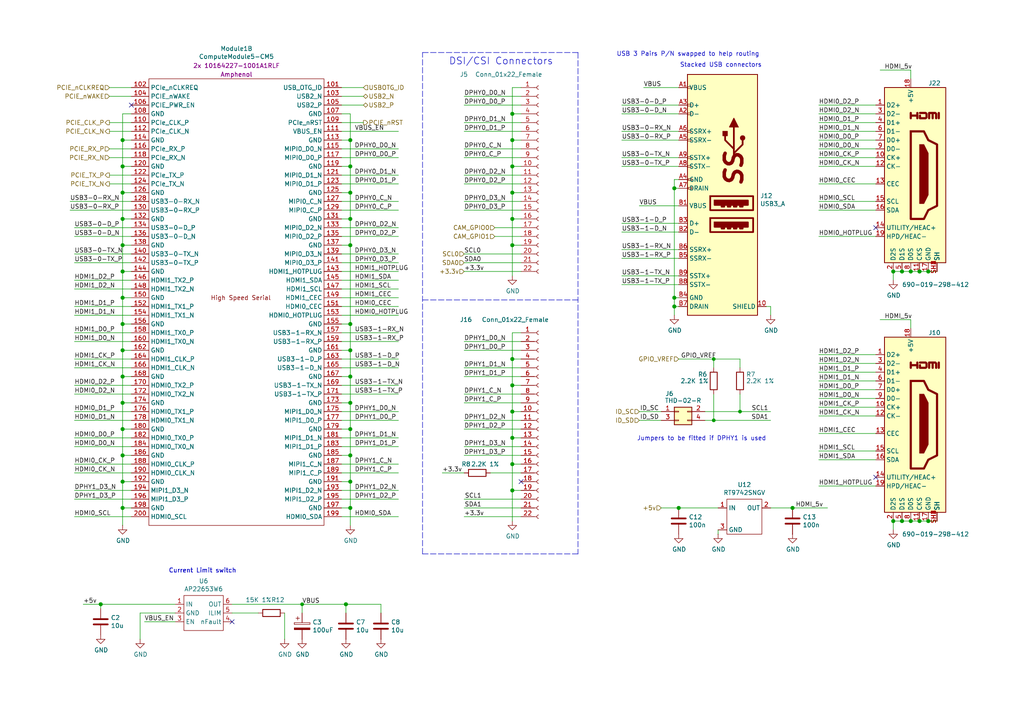
<source format=kicad_sch>
(kicad_sch (version 20231120) (generator "eeschema") (generator_version "8.0")
  (paper "A4")
  (title_block (title "Compute Module 5 IO Board - CM5 - Highspeed") (rev "1") (company "Copyright © 2024 Raspberry Pi Ltd.") (comment 1 "www.raspberrypi.com"))
  (junction (at 148.59 33.02) (diameter 1.016))
  (junction (at 207.01 104.14))
  (junction (at 35.56 147.32) (diameter 1.016))
  (junction (at 35.56 132.08) (diameter 1.016))
  (junction (at 148.59 119.38) (diameter 1.016))
  (junction (at 101.6 132.08) (diameter 1.016))
  (junction (at 35.56 71.12) (diameter 1.016))
  (junction (at 101.6 55.88) (diameter 1.016))
  (junction (at 100.33 175.26) (diameter 1.016))
  (junction (at 195.58 54.61) (diameter 1.016))
  (junction (at 266.7 78.74) (diameter 1.016))
  (junction (at 148.59 142.24) (diameter 1.016))
  (junction (at 148.59 134.62) (diameter 1.016))
  (junction (at 101.6 147.32) (diameter 1.016))
  (junction (at 35.56 40.64) (diameter 1.016))
  (junction (at 148.59 104.14) (diameter 1.016))
  (junction (at 101.6 40.64) (diameter 1.016))
  (junction (at 148.59 55.88) (diameter 1.016))
  (junction (at 35.56 55.88) (diameter 1.016))
  (junction (at 101.6 101.6) (diameter 1.016))
  (junction (at 196.85 147.32) (diameter 1.016))
  (junction (at 101.6 124.46) (diameter 1.016))
  (junction (at 269.24 78.74) (diameter 1.016))
  (junction (at 148.59 48.26) (diameter 1.016))
  (junction (at 214.63 119.38))
  (junction (at 35.56 78.74) (diameter 1.016))
  (junction (at 101.6 116.84) (diameter 1.016))
  (junction (at 148.59 127) (diameter 1.016))
  (junction (at 35.56 48.26) (diameter 1.016))
  (junction (at 266.7 151.13) (diameter 1.016))
  (junction (at 101.6 63.5) (diameter 1.016))
  (junction (at 259.08 78.74) (diameter 1.016))
  (junction (at 29.21 175.26) (diameter 1.016))
  (junction (at 207.01 121.92))
  (junction (at 261.62 151.13) (diameter 1.016))
  (junction (at 101.6 48.26) (diameter 1.016))
  (junction (at 35.56 139.7) (diameter 1.016))
  (junction (at 101.6 139.7) (diameter 1.016))
  (junction (at 148.59 63.5) (diameter 1.016))
  (junction (at 101.6 93.98) (diameter 1.016))
  (junction (at 35.56 101.6) (diameter 1.016))
  (junction (at 261.62 78.74) (diameter 1.016))
  (junction (at 259.08 151.13) (diameter 1.016))
  (junction (at 195.58 86.36) (diameter 1.016))
  (junction (at 35.56 116.84) (diameter 1.016))
  (junction (at 35.56 86.36) (diameter 1.016))
  (junction (at 264.16 151.13) (diameter 1.016))
  (junction (at 101.6 71.12) (diameter 1.016))
  (junction (at 101.6 109.22) (diameter 1.016))
  (junction (at 35.56 63.5) (diameter 1.016))
  (junction (at 229.87 147.32) (diameter 1.016))
  (junction (at 264.16 78.74) (diameter 1.016))
  (junction (at 148.59 111.76) (diameter 1.016))
  (junction (at 87.63 175.26))
  (junction (at 35.56 93.98) (diameter 1.016))
  (junction (at 269.24 151.13) (diameter 1.016))
  (junction (at 148.59 40.64) (diameter 1.016))
  (junction (at 195.58 88.9) (diameter 1.016))
  (junction (at 148.59 71.12) (diameter 1.016))
  (junction (at 35.56 124.46) (diameter 1.016))
  (junction (at 35.56 109.22) (diameter 1.016))
  (no_connect (at 67.31 180.34))
  (no_connect (at 254 66.04))
  (no_connect (at 151.13 139.7))
  (no_connect (at 254 138.43))
  (no_connect (at 38.1 30.48))
  (wire (pts (xy 134.62 109.22) (xy 151.13 109.22)))
  (wire (pts (xy 180.34 67.31) (xy 196.85 67.31)))
  (wire (pts (xy 99.06 144.78) (xy 115.57 144.78)))
  (wire (pts (xy 237.49 107.95) (xy 254 107.95)))
  (wire (pts (xy 21.59 111.76) (xy 38.1 111.76)))
  (wire (pts (xy 21.59 142.24) (xy 38.1 142.24)))
  (wire (pts (xy 261.62 78.74) (xy 264.16 78.74)))
  (wire (pts (xy 24.13 175.26) (xy 29.21 175.26)))
  (wire (pts (xy 148.59 40.64) (xy 148.59 48.26)))
  (wire (pts (xy 99.06 38.1) (xy 115.57 38.1)))
  (wire (pts (xy 35.56 63.5) (xy 35.56 71.12)))
  (wire (pts (xy 35.56 139.7) (xy 35.56 147.32)))
  (wire (pts (xy 196.85 52.07) (xy 195.58 52.07)))
  (wire (pts (xy 67.31 177.8) (xy 74.93 177.8)))
  (wire (pts (xy 35.56 33.02) (xy 35.56 40.64)))
  (wire (pts (xy 35.56 86.36) (xy 35.56 93.98)))
  (wire (pts (xy 237.49 68.58) (xy 254 68.58)))
  (wire (pts (xy 21.59 119.38) (xy 38.1 119.38)))
  (wire (pts (xy 35.56 71.12) (xy 35.56 78.74)))
  (wire (pts (xy 35.56 101.6) (xy 35.56 109.22)))
  (wire (pts (xy 101.6 48.26) (xy 101.6 40.64)))
  (wire (pts (xy 134.62 132.08) (xy 151.13 132.08)))
  (wire (pts (xy 99.06 30.48) (xy 105.41 30.48)))
  (wire (pts (xy 35.56 86.36) (xy 38.1 86.36)))
  (wire (pts (xy 148.59 104.14) (xy 148.59 111.76)))
  (wire (pts (xy 148.59 63.5) (xy 151.13 63.5)))
  (wire (pts (xy 148.59 33.02) (xy 148.59 40.64)))
  (wire (pts (xy 35.56 109.22) (xy 35.56 116.84)))
  (wire (pts (xy 35.56 48.26) (xy 35.56 55.88)))
  (wire (pts (xy 35.56 132.08) (xy 38.1 132.08)))
  (wire (pts (xy 101.6 71.12) (xy 101.6 63.5)))
  (wire (pts (xy 196.85 147.32) (xy 208.28 147.32)))
  (wire (pts (xy 237.49 53.34) (xy 254 53.34)))
  (wire (pts (xy 99.06 119.38) (xy 115.57 119.38)))
  (wire (pts (xy 266.7 78.74) (xy 269.24 78.74)))
  (polyline (pts (xy 167.64 15.24) (xy 167.64 160.655)) (stroke (width 0) (type dash)))
  (wire (pts (xy 31.75 38.1) (xy 38.1 38.1)))
  (wire (pts (xy 35.56 109.22) (xy 38.1 109.22)))
  (wire (pts (xy 38.1 147.32) (xy 35.56 147.32)))
  (wire (pts (xy 148.59 55.88) (xy 148.59 63.5)))
  (wire (pts (xy 207.01 104.14) (xy 214.63 104.14)))
  (wire (pts (xy 99.06 101.6) (xy 101.6 101.6)))
  (wire (pts (xy 223.52 147.32) (xy 229.87 147.32)))
  (wire (pts (xy 148.59 48.26) (xy 151.13 48.26)))
  (wire (pts (xy 35.56 55.88) (xy 35.56 63.5)))
  (wire (pts (xy 196.85 104.14) (xy 207.01 104.14)))
  (wire (pts (xy 21.59 114.3) (xy 38.1 114.3)))
  (wire (pts (xy 237.49 60.96) (xy 254 60.96)))
  (wire (pts (xy 207.01 114.3) (xy 207.01 121.92)))
  (wire (pts (xy 31.75 27.94) (xy 38.1 27.94)))
  (wire (pts (xy 180.34 48.26) (xy 196.85 48.26)))
  (wire (pts (xy 269.24 151.13) (xy 271.78 151.13)))
  (wire (pts (xy 99.06 40.64) (xy 101.6 40.64)))
  (wire (pts (xy 134.62 99.06) (xy 151.13 99.06)))
  (wire (pts (xy 151.13 73.66) (xy 134.62 73.66)))
  (wire (pts (xy 21.59 73.66) (xy 38.1 73.66)))
  (wire (pts (xy 21.59 127) (xy 38.1 127)))
  (wire (pts (xy 21.59 66.04) (xy 38.1 66.04)))
  (wire (pts (xy 207.01 104.14) (xy 207.01 106.68)))
  (wire (pts (xy 101.6 124.46) (xy 101.6 132.08)))
  (wire (pts (xy 148.59 96.52) (xy 148.59 104.14)))
  (wire (pts (xy 40.64 177.8) (xy 40.64 185.42)))
  (wire (pts (xy 237.49 130.81) (xy 254 130.81)))
  (wire (pts (xy 99.06 149.86) (xy 115.57 149.86)))
  (wire (pts (xy 214.63 104.14) (xy 214.63 106.68)))
  (wire (pts (xy 180.34 74.93) (xy 196.85 74.93)))
  (wire (pts (xy 237.49 133.35) (xy 254 133.35)))
  (wire (pts (xy 41.91 180.34) (xy 50.8 180.34)))
  (wire (pts (xy 196.85 54.61) (xy 195.58 54.61)))
  (wire (pts (xy 237.49 43.18) (xy 254 43.18)))
  (wire (pts (xy 101.6 116.84) (xy 101.6 124.46)))
  (wire (pts (xy 134.62 114.3) (xy 151.13 114.3)))
  (wire (pts (xy 99.06 86.36) (xy 115.57 86.36)))
  (wire (pts (xy 21.59 129.54) (xy 38.1 129.54)))
  (wire (pts (xy 204.47 121.92) (xy 207.01 121.92)))
  (wire (pts (xy 99.06 78.74) (xy 115.57 78.74)))
  (wire (pts (xy 259.08 151.13) (xy 259.08 153.67)))
  (wire (pts (xy 21.59 76.2) (xy 38.1 76.2)))
  (wire (pts (xy 237.49 110.49) (xy 254 110.49)))
  (wire (pts (xy 101.6 147.32) (xy 101.6 152.4)))
  (wire (pts (xy 99.06 50.8) (xy 115.57 50.8)))
  (wire (pts (xy 100.33 177.8) (xy 100.33 175.26)))
  (wire (pts (xy 38.1 43.18) (xy 31.75 43.18)))
  (wire (pts (xy 99.06 76.2) (xy 115.57 76.2)))
  (wire (pts (xy 229.87 147.32) (xy 240.03 147.32)))
  (wire (pts (xy 99.06 132.08) (xy 101.6 132.08)))
  (wire (pts (xy 259.08 78.74) (xy 259.08 81.28)))
  (wire (pts (xy 31.75 53.34) (xy 38.1 53.34)))
  (wire (pts (xy 148.59 119.38) (xy 148.59 127)))
  (wire (pts (xy 237.49 40.64) (xy 254 40.64)))
  (wire (pts (xy 99.06 88.9) (xy 115.57 88.9)))
  (wire (pts (xy 82.55 177.8) (xy 82.55 185.42)))
  (wire (pts (xy 208.28 153.67) (xy 208.28 154.94)))
  (wire (pts (xy 50.8 177.8) (xy 40.64 177.8)))
  (wire (pts (xy 180.34 33.02) (xy 196.85 33.02)))
  (wire (pts (xy 237.49 140.97) (xy 254 140.97)))
  (wire (pts (xy 142.24 137.16) (xy 151.13 137.16)))
  (wire (pts (xy 35.56 63.5) (xy 38.1 63.5)))
  (wire (pts (xy 180.34 40.64) (xy 196.85 40.64)))
  (wire (pts (xy 204.47 119.38) (xy 214.63 119.38)))
  (wire (pts (xy 143.51 68.58) (xy 151.13 68.58)))
  (wire (pts (xy 148.59 134.62) (xy 151.13 134.62)))
  (wire (pts (xy 99.06 48.26) (xy 101.6 48.26)))
  (wire (pts (xy 134.62 58.42) (xy 151.13 58.42)))
  (wire (pts (xy 180.34 72.39) (xy 196.85 72.39)))
  (wire (pts (xy 21.59 99.06) (xy 38.1 99.06)))
  (wire (pts (xy 134.62 35.56) (xy 151.13 35.56)))
  (wire (pts (xy 151.13 147.32) (xy 134.62 147.32)))
  (wire (pts (xy 134.62 106.68) (xy 151.13 106.68)))
  (wire (pts (xy 237.49 105.41) (xy 254 105.41)))
  (wire (pts (xy 38.1 45.72) (xy 31.75 45.72)))
  (wire (pts (xy 101.6 93.98) (xy 101.6 101.6)))
  (wire (pts (xy 134.62 53.34) (xy 151.13 53.34)))
  (wire (pts (xy 134.62 38.1) (xy 151.13 38.1)))
  (wire (pts (xy 35.56 116.84) (xy 35.56 124.46)))
  (wire (pts (xy 185.42 59.69) (xy 196.85 59.69)))
  (wire (pts (xy 21.59 83.82) (xy 38.1 83.82)))
  (wire (pts (xy 35.56 40.64) (xy 38.1 40.64)))
  (polyline (pts (xy 122.555 86.995) (xy 167.64 86.995)) (stroke (width 0) (type dash)))
  (wire (pts (xy 38.1 139.7) (xy 35.56 139.7)))
  (wire (pts (xy 180.34 38.1) (xy 196.85 38.1)))
  (wire (pts (xy 151.13 149.86) (xy 134.62 149.86)))
  (wire (pts (xy 99.06 73.66) (xy 115.57 73.66)))
  (wire (pts (xy 148.59 111.76) (xy 148.59 119.38)))
  (wire (pts (xy 67.31 175.26) (xy 87.63 175.26)))
  (wire (pts (xy 99.06 45.72) (xy 115.57 45.72)))
  (wire (pts (xy 87.63 175.26) (xy 100.33 175.26)))
  (wire (pts (xy 21.59 134.62) (xy 38.1 134.62)))
  (wire (pts (xy 29.21 175.26) (xy 50.8 175.26)))
  (wire (pts (xy 134.62 129.54) (xy 151.13 129.54)))
  (wire (pts (xy 237.49 38.1) (xy 254 38.1)))
  (wire (pts (xy 148.59 127) (xy 151.13 127)))
  (wire (pts (xy 148.59 25.4) (xy 148.59 33.02)))
  (wire (pts (xy 264.16 78.74) (xy 266.7 78.74)))
  (wire (pts (xy 35.56 124.46) (xy 38.1 124.46)))
  (wire (pts (xy 207.01 121.92) (xy 223.52 121.92)))
  (wire (pts (xy 191.77 147.32) (xy 196.85 147.32)))
  (wire (pts (xy 99.06 68.58) (xy 115.57 68.58)))
  (wire (pts (xy 99.06 55.88) (xy 101.6 55.88)))
  (wire (pts (xy 148.59 71.12) (xy 151.13 71.12)))
  (wire (pts (xy 148.59 142.24) (xy 148.59 151.13)))
  (wire (pts (xy 99.06 58.42) (xy 115.57 58.42)))
  (wire (pts (xy 148.59 119.38) (xy 151.13 119.38)))
  (wire (pts (xy 99.06 116.84) (xy 101.6 116.84)))
  (wire (pts (xy 255.27 92.71) (xy 264.16 92.71)))
  (wire (pts (xy 195.58 88.9) (xy 195.58 91.44)))
  (wire (pts (xy 99.06 93.98) (xy 101.6 93.98)))
  (wire (pts (xy 185.42 119.38) (xy 191.77 119.38)))
  (wire (pts (xy 148.59 71.12) (xy 148.59 80.01)))
  (wire (pts (xy 31.75 35.56) (xy 38.1 35.56)))
  (wire (pts (xy 101.6 139.7) (xy 101.6 147.32)))
  (wire (pts (xy 101.6 55.88) (xy 101.6 48.26)))
  (wire (pts (xy 31.75 25.4) (xy 38.1 25.4)))
  (wire (pts (xy 180.34 80.01) (xy 196.85 80.01)))
  (wire (pts (xy 148.59 134.62) (xy 148.59 142.24)))
  (wire (pts (xy 134.62 60.96) (xy 151.13 60.96)))
  (wire (pts (xy 99.06 134.62) (xy 115.57 134.62)))
  (wire (pts (xy 264.16 92.71) (xy 264.16 95.25)))
  (wire (pts (xy 237.49 113.03) (xy 254 113.03)))
  (wire (pts (xy 99.06 91.44) (xy 115.57 91.44)))
  (wire (pts (xy 259.08 151.13) (xy 261.62 151.13)))
  (wire (pts (xy 31.75 50.8) (xy 38.1 50.8)))
  (wire (pts (xy 134.62 121.92) (xy 151.13 121.92)))
  (wire (pts (xy 151.13 78.74) (xy 134.62 78.74)))
  (wire (pts (xy 99.06 66.04) (xy 115.57 66.04)))
  (wire (pts (xy 237.49 30.48) (xy 254 30.48)))
  (wire (pts (xy 21.59 88.9) (xy 38.1 88.9)))
  (wire (pts (xy 134.62 27.94) (xy 151.13 27.94)))
  (wire (pts (xy 151.13 96.52) (xy 148.59 96.52)))
  (wire (pts (xy 101.6 109.22) (xy 101.6 116.84)))
  (wire (pts (xy 222.25 88.9) (xy 223.52 88.9)))
  (wire (pts (xy 196.85 86.36) (xy 195.58 86.36)))
  (wire (pts (xy 99.06 43.18) (xy 115.57 43.18)))
  (wire (pts (xy 38.1 106.68) (xy 21.59 106.68)))
  (wire (pts (xy 35.56 93.98) (xy 38.1 93.98)))
  (wire (pts (xy 261.62 151.13) (xy 264.16 151.13)))
  (wire (pts (xy 35.56 116.84) (xy 38.1 116.84)))
  (wire (pts (xy 134.62 50.8) (xy 151.13 50.8)))
  (wire (pts (xy 99.06 63.5) (xy 101.6 63.5)))
  (wire (pts (xy 38.1 33.02) (xy 35.56 33.02)))
  (polyline (pts (xy 122.555 15.24) (xy 168.148 15.24)) (stroke (width 0) (type dash)))
  (wire (pts (xy 237.49 102.87) (xy 254 102.87)))
  (wire (pts (xy 21.59 144.78) (xy 38.1 144.78)))
  (wire (pts (xy 237.49 115.57) (xy 254 115.57)))
  (wire (pts (xy 99.06 142.24) (xy 115.57 142.24)))
  (wire (pts (xy 151.13 144.78) (xy 134.62 144.78)))
  (wire (pts (xy 148.59 40.64) (xy 151.13 40.64)))
  (wire (pts (xy 264.16 20.32) (xy 264.16 22.86)))
  (wire (pts (xy 100.33 175.26) (xy 110.49 175.26)))
  (wire (pts (xy 35.56 71.12) (xy 38.1 71.12)))
  (wire (pts (xy 35.56 124.46) (xy 35.56 132.08)))
  (wire (pts (xy 99.06 60.96) (xy 115.57 60.96)))
  (wire (pts (xy 99.06 127) (xy 115.57 127)))
  (wire (pts (xy 180.34 30.48) (xy 196.85 30.48)))
  (wire (pts (xy 87.63 175.26) (xy 87.63 177.8)))
  (wire (pts (xy 214.63 119.38) (xy 223.52 119.38)))
  (wire (pts (xy 35.56 101.6) (xy 38.1 101.6)))
  (wire (pts (xy 237.49 125.73) (xy 254 125.73)))
  (wire (pts (xy 195.58 86.36) (xy 195.58 88.9)))
  (wire (pts (xy 148.59 33.02) (xy 151.13 33.02)))
  (wire (pts (xy 20.32 60.96) (xy 38.1 60.96)))
  (wire (pts (xy 269.24 78.74) (xy 271.78 78.74)))
  (wire (pts (xy 264.16 151.13) (xy 266.7 151.13)))
  (wire (pts (xy 180.34 45.72) (xy 196.85 45.72)))
  (wire (pts (xy 99.06 124.46) (xy 101.6 124.46)))
  (wire (pts (xy 237.49 120.65) (xy 254 120.65)))
  (wire (pts (xy 148.59 104.14) (xy 151.13 104.14)))
  (wire (pts (xy 35.56 55.88) (xy 38.1 55.88)))
  (wire (pts (xy 99.06 96.52) (xy 115.57 96.52)))
  (wire (pts (xy 115.57 99.06) (xy 99.06 99.06)))
  (wire (pts (xy 21.59 96.52) (xy 38.1 96.52)))
  (wire (pts (xy 21.59 149.86) (xy 38.1 149.86)))
  (wire (pts (xy 134.62 30.48) (xy 151.13 30.48)))
  (wire (pts (xy 99.06 109.22) (xy 101.6 109.22)))
  (wire (pts (xy 266.7 151.13) (xy 269.24 151.13)))
  (wire (pts (xy 151.13 25.4) (xy 148.59 25.4)))
  (wire (pts (xy 214.63 114.3) (xy 214.63 119.38)))
  (wire (pts (xy 237.49 45.72) (xy 254 45.72)))
  (wire (pts (xy 99.06 81.28) (xy 115.57 81.28)))
  (wire (pts (xy 143.51 66.04) (xy 151.13 66.04)))
  (wire (pts (xy 99.06 53.34) (xy 115.57 53.34)))
  (wire (pts (xy 259.08 78.74) (xy 261.62 78.74)))
  (wire (pts (xy 21.59 91.44) (xy 38.1 91.44)))
  (wire (pts (xy 255.27 20.32) (xy 264.16 20.32)))
  (wire (pts (xy 35.56 132.08) (xy 35.56 139.7)))
  (wire (pts (xy 134.62 101.6) (xy 151.13 101.6)))
  (wire (pts (xy 99.06 129.54) (xy 115.57 129.54)))
  (wire (pts (xy 99.06 27.94) (xy 105.41 27.94)))
  (wire (pts (xy 20.32 58.42) (xy 38.1 58.42)))
  (wire (pts (xy 101.6 40.64) (xy 101.6 33.02)))
  (wire (pts (xy 196.85 88.9) (xy 195.58 88.9)))
  (wire (pts (xy 185.42 121.92) (xy 191.77 121.92)))
  (wire (pts (xy 195.58 52.07) (xy 195.58 54.61)))
  (wire (pts (xy 128.27 137.16) (xy 134.62 137.16)))
  (wire (pts (xy 148.59 48.26) (xy 148.59 55.88)))
  (wire (pts (xy 101.6 63.5) (xy 101.6 55.88)))
  (wire (pts (xy 99.06 104.14) (xy 115.57 104.14)))
  (wire (pts (xy 21.59 104.14) (xy 38.1 104.14)))
  (wire (pts (xy 151.13 76.2) (xy 134.62 76.2)))
  (wire (pts (xy 237.49 58.42) (xy 254 58.42)))
  (wire (pts (xy 99.06 106.68) (xy 115.57 106.68)))
  (wire (pts (xy 35.56 78.74) (xy 38.1 78.74)))
  (wire (pts (xy 101.6 132.08) (xy 101.6 139.7)))
  (wire (pts (xy 35.56 48.26) (xy 38.1 48.26)))
  (wire (pts (xy 99.06 35.56) (xy 105.41 35.56)))
  (wire (pts (xy 99.06 121.92) (xy 115.57 121.92)))
  (wire (pts (xy 101.6 71.12) (xy 101.6 93.98)))
  (wire (pts (xy 134.62 43.18) (xy 151.13 43.18)))
  (wire (pts (xy 35.56 93.98) (xy 35.56 101.6)))
  (wire (pts (xy 148.59 142.24) (xy 151.13 142.24)))
  (wire (pts (xy 99.06 71.12) (xy 101.6 71.12)))
  (polyline (pts (xy 122.555 160.655) (xy 122.555 15.24)) (stroke (width 0) (type dash)))
  (wire (pts (xy 21.59 68.58) (xy 38.1 68.58)))
  (wire (pts (xy 99.06 114.3) (xy 115.57 114.3)))
  (wire (pts (xy 29.21 176.53) (xy 29.21 175.26)))
  (wire (pts (xy 186.69 25.4) (xy 196.85 25.4)))
  (wire (pts (xy 101.6 33.02) (xy 99.06 33.02)))
  (wire (pts (xy 21.59 81.28) (xy 38.1 81.28)))
  (wire (pts (xy 148.59 63.5) (xy 148.59 71.12)))
  (wire (pts (xy 101.6 101.6) (xy 101.6 109.22)))
  (wire (pts (xy 21.59 121.92) (xy 38.1 121.92)))
  (wire (pts (xy 99.06 83.82) (xy 115.57 83.82)))
  (wire (pts (xy 35.56 78.74) (xy 35.56 86.36)))
  (wire (pts (xy 35.56 147.32) (xy 35.56 152.4)))
  (wire (pts (xy 148.59 127) (xy 148.59 134.62)))
  (wire (pts (xy 99.06 147.32) (xy 101.6 147.32)))
  (wire (pts (xy 134.62 116.84) (xy 151.13 116.84)))
  (wire (pts (xy 110.49 175.26) (xy 110.49 177.8)))
  (wire (pts (xy 35.56 40.64) (xy 35.56 48.26)))
  (wire (pts (xy 148.59 55.88) (xy 151.13 55.88)))
  (wire (pts (xy 99.06 139.7) (xy 101.6 139.7)))
  (wire (pts (xy 237.49 33.02) (xy 254 33.02)))
  (wire (pts (xy 148.59 111.76) (xy 151.13 111.76)))
  (wire (pts (xy 180.34 64.77) (xy 196.85 64.77)))
  (wire (pts (xy 223.52 88.9) (xy 223.52 91.44)))
  (wire (pts (xy 21.59 137.16) (xy 38.1 137.16)))
  (wire (pts (xy 237.49 35.56) (xy 254 35.56)))
  (polyline (pts (xy 167.64 160.655) (xy 122.555 160.655)) (stroke (width 0) (type dash)))
  (wire (pts (xy 237.49 48.26) (xy 254 48.26)))
  (wire (pts (xy 180.34 82.55) (xy 196.85 82.55)))
  (wire (pts (xy 195.58 54.61) (xy 195.58 86.36)))
  (wire (pts (xy 134.62 124.46) (xy 151.13 124.46)))
  (wire (pts (xy 99.06 137.16) (xy 115.57 137.16)))
  (wire (pts (xy 134.62 45.72) (xy 151.13 45.72)))
  (wire (pts (xy 99.06 111.76) (xy 115.57 111.76)))
  (wire (pts (xy 105.41 25.4) (xy 99.06 25.4)))
  (wire (pts (xy 237.49 118.11) (xy 254 118.11)))
  (text "USB 3 Pairs P/N swapped to help routing" (at 178.816 16.51 0) (effects (font (size 1.27 1.27)) (justify left bottom)))
  (text "Jumpers to be fitted if DPHY1 is used\n" (at 222.25 128.016 0) (effects (font (size 1.27 1.27)) (justify right bottom)))
  (text "Current Limit switch" (at 68.58 166.37 0) (effects (font (size 1.27 1.27)) (justify right bottom)))
  (text "DSI/CSI Connectors" (at 130.175 19.05 0) (effects (font (size 2.0066 2.0066)) (justify left bottom)))
  (text "Stacked USB connectors" (at 220.98 19.685 0) (effects (font (size 1.27 1.27)) (justify right bottom)))
  (text "Current Limit switch" (at 68.58 166.37 0) (effects (font (size 1.27 1.27)) (justify right bottom)))
  (label "HDMI0_D1_N" (at 21.59 121.92 0))
  (label "DPHY1_D3_P" (at 21.59 144.78 0))
  (label "DPHY0_D1_P" (at 114.935 53.34 180))
  (label "USB3-0-TX_N" (at 180.34 45.72 0))
  (label "DPHY0_D2_N" (at 134.62 50.8 0))
  (label "HDMI1_CEC" (at 102.87 86.36 0))
  (label "HDMI0_CK_N" (at 237.49 48.26 0))
  (label "USB3-1-D_N" (at 102.87 106.68 0))
  (label "USB3-1-D_N" (at 180.34 67.31 0))
  (label "VBUS_EN" (at 102.87 38.1 0))
  (label "HDMI0_D2_N" (at 237.49 33.02 0))
  (label "HDMI0_D1_N" (at 237.49 38.1 0))
  (label "SDA0" (at 134.62 76.2 0))
  (label "DPHY0_D0_P" (at 114.935 45.72 180))
  (label "DPHY1_D1_P" (at 134.62 109.22 0))
  (label "HDMI0_D0_P" (at 237.49 40.64 0))
  (label "DPHY1_C_N" (at 102.87 134.62 0))
  (label "DPHY1_C_N" (at 134.62 114.3 0))
  (label "USB3-0-RX_P" (at 180.34 40.64 0))
  (label "DPHY0_D0_N" (at 134.62 27.94 0))
  (label "DPHY1_D3_N" (at 134.62 129.54 0))
  (label "HDMI1_D1_P" (at 21.59 88.9 0))
  (label "USB3-0-D_N" (at 21.59 68.58 0))
  (label "SCL0" (at 134.62 73.66 0))
  (label "ID_SC" (at 191.135 119.38 180))
  (label "HDMI0_D2_P" (at 21.59 111.76 0))
  (label "USB3-0-RX_N" (at 180.34 38.1 0))
  (label "DPHY1_D2_N" (at 102.87 142.24 0))
  (label "HDMI1_SDA" (at 237.49 133.35 0))
  (label "+3.3v" (at 134.62 78.74 0))
  (label "USB3-0-D_P" (at 180.34 30.48 0))
  (label "ID_SD" (at 191.135 121.92 180))
  (label "HDMI1_D1_P" (at 237.49 107.95 0))
  (label "SCL1" (at 139.7 144.78 180))
  (label "USB3-0-TX_N" (at 21.59 73.66 0))
  (label "VBUS_EN" (at 41.91 180.34 0))
  (label "USB3-1-TX_P" (at 102.87 114.3 0))
  (label "+5v" (at 24.13 175.26 0))
  (label "HDMI1_D0_P" (at 237.49 113.03 0))
  (label "HDMI0_CK_P" (at 21.59 134.62 0))
  (label "USB3-1-RX_P" (at 102.87 99.06 0))
  (label "HDMI1_D0_P" (at 21.59 96.52 0))
  (label "USB3-0-TX_P" (at 21.59 76.2 0))
  (label "DPHY0_D3_P" (at 114.935 76.2 180))
  (label "DPHY1_D2_P" (at 134.62 124.46 0))
  (label "DPHY1_D0_P" (at 134.62 101.6 0))
  (label "USB3-0-RX_N" (at 20.32 58.42 0))
  (label "DPHY0_D0_P" (at 134.62 30.48 0))
  (label "USB3-1-TX_N" (at 102.87 111.76 0))
  (label "HDMI1_D2_N" (at 21.59 83.82 0))
  (label "DPHY0_C_P" (at 102.87 60.96 0))
  (label "DPHY1_C_P" (at 102.87 137.16 0))
  (label "HDMI0_CK_N" (at 21.59 137.16 0))
  (label "HDMI1_CK_P" (at 237.49 118.11 0))
  (label "HDMI0_CEC" (at 102.87 88.9 0))
  (label "HDMI0_D2_N" (at 21.59 114.3 0))
  (label "HDMI0_D0_N" (at 237.49 43.18 0))
  (label "DPHY1_D3_P" (at 134.62 132.08 0))
  (label "HDMI1_D0_N" (at 21.59 99.06 0))
  (label "HDMI0_HOTPLUG" (at 237.49 68.58 0))
  (label "USB3-1-RX_P" (at 180.34 74.93 0))
  (label "DPHY1_D1_N" (at 114.935 127 180))
  (label "DPHY1_D0_N" (at 134.62 99.06 0))
  (label "DPHY0_D2_N" (at 102.87 66.04 0))
  (label "HDMI0_D1_P" (at 21.59 119.38 0))
  (label "DPHY0_D3_N" (at 114.935 73.66 180))
  (label "HDMI0_D0_P" (at 21.59 127 0))
  (label "DPHY0_C_N" (at 134.62 43.18 0))
  (label "DPHY1_D2_N" (at 134.62 121.92 0))
  (label "USB3-1-TX_N" (at 180.34 80.01 0))
  (label "DPHY0_D2_P" (at 102.87 68.58 0))
  (label "HDMI1_D1_N" (at 237.49 110.49 0))
  (label "HDMI1_D1_N" (at 21.59 91.44 0))
  (label "HDMI1_HOTPLUG" (at 237.49 140.97 0))
  (label "VBUS" (at 185.42 59.69 0))
  (label "DPHY0_D2_P" (at 134.62 53.34 0))
  (label "HDMI0_D2_P" (at 237.49 30.48 0))
  (label "DPHY0_D1_N" (at 114.935 50.8 180))
  (label "DPHY0_D3_P" (at 134.62 60.96 0))
  (label "HDMI1_CK_P" (at 21.59 104.14 0))
  (label "DPHY0_D1_N" (at 134.62 35.56 0))
  (label "HDMI_5v" (at 238.76 147.32 180))
  (label "DPHY0_D3_N" (at 134.62 58.42 0))
  (label "USB3-1-RX_N" (at 180.34 72.39 0))
  (label "USB3-1-RX_N" (at 102.87 96.52 0))
  (label "HDMI1_HOTPLUG" (at 102.87 78.74 0))
  (label "VBUS" (at 87.63 175.26 0))
  (label "HDMI1_SCL" (at 102.87 83.82 0))
  (label "HDMI1_D2_N" (at 237.49 105.41 0))
  (label "USB3-0-D_P" (at 21.59 66.04 0))
  (label "HDMI1_D2_P" (at 237.49 102.87 0))
  (label "HDMI1_D0_N" (at 237.49 115.57 0))
  (label "VBUS" (at 186.69 25.4 0))
  (label "HDMI0_SCL" (at 21.59 149.86 0))
  (label "DPHY1_D0_N" (at 114.935 119.38 180))
  (label "HDMI1_CK_N" (at 237.49 120.65 0))
  (label "DPHY1_D0_P" (at 114.935 121.92 180))
  (label "DPHY0_D1_P" (at 134.62 38.1 0))
  (label "HDMI_5v" (at 256.54 92.71 0))
  (label "HDMI1_CEC" (at 237.49 125.73 0))
  (label "HDMI0_CK_P" (at 237.49 45.72 0))
  (label "DPHY1_D1_N" (at 134.62 106.68 0))
  (label "SDA1" (at 139.7 147.32 180))
  (label "DPHY1_D2_P" (at 102.87 144.78 0))
  (label "USB3-0-RX_P" (at 20.32 60.96 0))
  (label "DPHY1_D1_P" (at 114.935 129.54 180))
  (label "HDMI1_D2_P" (at 21.59 81.28 0))
  (label "HDMI0_HOTPLUG" (at 102.87 91.44 0))
  (label "HDMI0_CEC" (at 237.49 53.34 0))
  (label "DPHY0_D0_N" (at 114.935 43.18 180))
  (label "HDMI0_SDA" (at 237.49 60.96 0))
  (label "DPHY0_C_P" (at 134.62 45.72 0))
  (label "HDMI0_D1_P" (at 237.49 35.56 0))
  (label "USB3-1-D_P" (at 180.34 64.77 0))
  (label "+3.3v" (at 134.62 149.86 0))
  (label "USB3-0-D_N" (at 180.34 33.02 0))
  (label "SCL1" (at 222.885 119.38 180))
  (label "SDA1" (at 222.885 121.92 180))
  (label "HDMI0_SCL" (at 237.49 58.42 0))
  (label "HDMI0_D0_N" (at 21.59 129.54 0))
  (label "GPIO_VREF" (at 197.485 104.14 0))
  (label "HDMI0_SDA" (at 102.87 149.86 0))
  (label "DPHY1_C_P" (at 134.62 116.84 0))
  (label "HDMI_5v" (at 256.54 20.32 0))
  (label "+3.3v" (at 128.27 137.16 0))
  (label "HDMI1_SCL" (at 237.49 130.81 0))
  (label "HDMI1_CK_N" (at 21.59 106.68 0))
  (label "DPHY0_C_N" (at 102.87 58.42 0))
  (label "DPHY1_D3_N" (at 21.59 142.24 0))
  (label "USB3-0-TX_P" (at 180.34 48.26 0))
  (label "USB3-1-D_P" (at 102.87 104.14 0))
  (label "USB3-1-TX_P" (at 180.34 82.55 0))
  (label "HDMI1_SDA" (at 102.87 81.28 0))
  (hierarchical_label "USBOTG_ID" (shape input) (at 105.41 25.4 0))
  (hierarchical_label "PCIE_CLK_P" (shape output) (at 31.75 35.56 180))
  (hierarchical_label "CAM_GPIO0" (shape input) (at 143.51 66.04 180))
  (hierarchical_label "PCIE_RX_N" (shape input) (at 31.75 45.72 180))
  (hierarchical_label "+5v" (shape input) (at 191.77 147.32 180))
  (hierarchical_label "SCL0" (shape input) (at 134.62 73.66 180))
  (hierarchical_label "PCIE_nCLKREQ" (shape input) (at 31.75 25.4 180))
  (hierarchical_label "ID_SC" (shape input) (at 185.42 119.38 180))
  (hierarchical_label "PCIE_RX_P" (shape input) (at 31.75 43.18 180))
  (hierarchical_label "GPIO_VREF" (shape input) (at 196.85 104.14 180))
  (hierarchical_label "+3.3v" (shape input) (at 134.62 78.74 180))
  (hierarchical_label "USB2_P" (shape bidirectional) (at 105.41 30.48 0))
  (hierarchical_label "USB2_N" (shape bidirectional) (at 105.41 27.94 0))
  (hierarchical_label "PCIE_TX_P" (shape output) (at 31.75 50.8 180))
  (hierarchical_label "ID_SD" (shape input) (at 185.42 121.92 180))
  (hierarchical_label "PCIE_nWAKE" (shape input) (at 31.75 27.94 180))
  (hierarchical_label "PCIE_CLK_N" (shape output) (at 31.75 38.1 180))
  (hierarchical_label "PCIE_nRST" (shape output) (at 105.41 35.56 0))
  (hierarchical_label "CAM_GPIO1" (shape input) (at 143.51 68.58 180))
  (hierarchical_label "PCIE_TX_N" (shape output) (at 31.75 53.34 180))
  (hierarchical_label "SDA0" (shape input) (at 134.62 76.2 180))
  (symbol (lib_id "power:GND") (at 259.08 81.28 0) (unit 1)
    (property "Reference" "#PWR0128" (effects (hide yes)))
    (property "Value" "GND" (at 259.207 85.6742 0))
    (property "Description" "Power symbol creates a global label with name \"GND\" , ground" (effects (hide yes)))
  )
  (symbol (lib_id "power:GND") (at 259.08 153.67 0) (unit 1)
    (property "Reference" "#PWR0129" (effects (hide yes)))
    (property "Value" "GND" (at 259.207 158.0642 0))
    (property "Description" "Power symbol creates a global label with name \"GND\" , ground" (effects (hide yes)))
  )
  (symbol (lib_id "power:GND") (at 101.6 152.4 0) (unit 1)
    (property "Reference" "#PWR0130" (effects (hide yes)))
    (property "Value" "GND" (at 101.727 156.7942 0))
    (property "Description" "Power symbol creates a global label with name \"GND\" , ground" (effects (hide yes)))
  )
  (symbol (lib_id "power:GND") (at 35.56 152.4 0) (unit 1)
    (property "Reference" "#PWR0131" (effects (hide yes)))
    (property "Value" "GND" (at 35.687 156.7942 0))
    (property "Description" "Power symbol creates a global label with name \"GND\" , ground" (effects (hide yes)))
  )
  (symbol (lib_id "power:GND") (at 148.59 80.01 0) (unit 1)
    (property "Reference" "#PWR0134" (effects (hide yes)))
    (property "Value" "GND" (at 148.717 84.4042 0))
    (property "Description" "Power symbol creates a global label with name \"GND\" , ground" (effects (hide yes)))
  )
  (symbol (lib_id "power:GND") (at 148.59 151.13 0) (unit 1)
    (property "Reference" "#PWR0135" (effects (hide yes)))
    (property "Value" "GND" (at 148.717 155.5242 0))
    (property "Description" "Power symbol creates a global label with name \"GND\" , ground" (effects (hide yes)))
  )
  (symbol (lib_id "Device:R") (at 207.01 110.49 0) (unit 1)
    (property "Reference" "R6" (at 202.438 108.585 0) (effects (justify left)))
    (property "Value" "2.2K 1%" (at 197.358 110.49 0) (effects (justify left)))
    (property "Footprint" "Resistor_SMD:R_0402_1005Metric" (effects (hide yes)))
    (property "Datasheet" "https://fscdn.rohm.com/en/products/databook/datasheet/passive/resistor/chip_resistor/mcr-e.pdf" (effects (hide yes)))
    (property "Field4" "Farnell" (effects (hide yes)))
    (property "Part Description" "Resistor 2.2K M1005 1% 63mW" (effects (hide yes)))
    (property "LCSC" "C328314" (effects (hide yes)))
  )
  (symbol (lib_id "Device:R") (at 214.63 110.49 0) (unit 1)
    (property "Reference" "R7" (at 216.408 108.585 0) (effects (justify left)))
    (property "Value" "2.2K 1%" (at 216.408 110.49 0) (effects (justify left)))
    (property "Footprint" "Resistor_SMD:R_0402_1005Metric" (effects (hide yes)))
    (property "Datasheet" "https://fscdn.rohm.com/en/products/databook/datasheet/passive/resistor/chip_resistor/mcr-e.pdf" (effects (hide yes)))
    (property "Field4" "Farnell" (effects (hide yes)))
    (property "Part Description" "Resistor 2.2K M1005 1% 63mW" (effects (hide yes)))
    (property "LCSC" "C328314" (effects (hide yes)))
  )
  (symbol (lib_id "Connector:Conn_01x22_Socket") (at 156.21 50.8 0) (unit 1)
    (property "Reference" "J5" (at 133.35 21.59 0) (effects (justify left)))
    (property "Value" "Conn_01x22_Female" (at 137.795 21.59 0) (effects (justify left)))
    (property "Footprint" "CM5IO:Hirose_FH12-22S-0.5SH_1x22-1MP_P0.50mm_Horizontal" (effects (hide yes)))
    (property "Datasheet" "https://www.hirose.com/product/document?clcode=&productname=&series=FH12&documenttype=Catalog&lang=en&documentid=D31648_en" (effects (hide yes)))
    (property "Field4" "Mouser" (effects (hide yes)))
    (property "Field5" "798-FH12-22S-0.5SH55" (effects (hide yes)))
    (property "Field6" "FH12-22S-0.5SH55" (effects (hide yes)))
    (property "Field7" "Hirose" (effects (hide yes)))
    (property "Part Description" "22 Position FFC, FPC Connector Contacts, Bottom 0.020\" (0.50mm) Surface Mount, Right Angle" (effects (hide yes)))
    (property "LCSC" "C597981" (effects (hide yes)))
  )
  (symbol (lib_id "Connector:Conn_01x22_Socket") (at 156.21 121.92 0) (unit 1)
    (property "Reference" "J16" (at 133.35 92.71 0) (effects (justify left)))
    (property "Value" "Conn_01x22_Female" (at 139.7 92.71 0) (effects (justify left)))
    (property "Footprint" "CM5IO:Hirose_FH12-22S-0.5SH_1x22-1MP_P0.50mm_Horizontal" (effects (hide yes)))
    (property "Datasheet" "https://www.hirose.com/product/document?clcode=&productname=&series=FH12&documenttype=Catalog&lang=en&documentid=D31648_en" (effects (hide yes)))
    (property "Field4" "Mouser" (effects (hide yes)))
    (property "Field5" "798-FH12-22S-0.5SH55" (effects (hide yes)))
    (property "Field6" "FH12-22S-0.5SH55" (effects (hide yes)))
    (property "Field7" "Hirose" (effects (hide yes)))
    (property "Part Description" "22 Position FFC, FPC Connector Contacts, Bottom 0.020\" (0.50mm) Surface Mount, Right Angle" (effects (hide yes)))
    (property "LCSC" "C597981" (effects (hide yes)))
  )
  (symbol (lib_id "CM5IO:HDMI_A_1.4") (at 264.16 50.8 0) (unit 1)
    (property "Reference" "J22" (at 269.24 24.13 0) (effects (justify left)))
    (property "Value" "690-019-298-412" (at 261.62 82.55 0) (effects (justify left)))
    (property "Footprint" "CM5IO:EDAC 690-019-298-412" (effects (hide yes)))
    (property "Datasheet" "https://www.tme.eu/Document/f15dffbcfad8545e17826f72d36911c8/206A-SEAN-R03.pdf" (effects (hide yes)))
    (property "Field4" "Farnell" (effects (hide yes)))
    (property "Field5" "2614936" (effects (hide yes)))
    (property "Field6" "690-019-298-412" (effects (hide yes)))
    (property "Field7" "EDAC" (effects (hide yes)))
    (property "Part Description" "HDMI Connector, Right Angle, 19 Contacts, Receptacle, Surface Mount, Surface Mount Right Angle" (effects (hide yes)))
    (property "Field8" "UCON00802" (effects (hide yes)))
    (property "LCSC" "C720616" (effects (hide yes)))
  )
  (symbol (lib_id "CM5IO:HDMI_A_1.4") (at 264.16 123.19 0) (unit 1)
    (property "Reference" "J10" (at 269.24 96.52 0) (effects (justify left)))
    (property "Value" "690-019-298-412" (at 261.62 154.94 0) (effects (justify left)))
    (property "Footprint" "CM5IO:EDAC 690-019-298-412" (effects (hide yes)))
    (property "Datasheet" "https://www.tme.eu/Document/f15dffbcfad8545e17826f72d36911c8/206A-SEAN-R03.pdf" (effects (hide yes)))
    (property "Field4" "Farnell" (effects (hide yes)))
    (property "Field5" "2614936" (effects (hide yes)))
    (property "Field6" "690-019-298-412" (effects (hide yes)))
    (property "Field7" "EDAC" (effects (hide yes)))
    (property "Part Description" "HDMI Connector, Right Angle, 19 Contacts, Receptacle, Surface Mount, Surface Mount Right Angle" (effects (hide yes)))
    (property "Field8" "UCON00802" (effects (hide yes)))
    (property "LCSC" "C720616" (effects (hide yes)))
  )
  (symbol (lib_id "Device:C") (at 229.87 151.13 0) (unit 1)
    (property "Reference" "C13" (at 232.791 149.9616 0) (effects (justify left)))
    (property "Value" "100n" (at 232.791 152.273 0) (effects (justify left)))
    (property "Footprint" "Capacitor_SMD:C_0402_1005Metric" (effects (hide yes)))
    (property "Datasheet" "https://search.murata.co.jp/Ceramy/image/img/A01X/G101/ENG/GRM155R71C104KA88-01.pdf" (effects (hide yes)))
    (property "Field4" "Farnell" (effects (hide yes)))
    (property "Field5" "2611911" (effects (hide yes)))
    (property "Field6" "RM EMK105 B7104KV-F" (effects (hide yes)))
    (property "Field7" "TAIYO YUDEN EUROPE GMBH" (effects (hide yes)))
    (property "Part Description" "	0.1uF 10% 16V Ceramic Capacitor X7R 0402 (1005 Metric)" (effects (hide yes)))
    (property "Field8" "110091611" (effects (hide yes)))
    (property "LCSC" "C92753" (effects (hide yes)))
  )
  (symbol (lib_id "Device:C") (at 196.85 151.13 0) (unit 1)
    (property "Reference" "C12" (at 199.771 149.9616 0) (effects (justify left)))
    (property "Value" "100n" (at 199.771 152.273 0) (effects (justify left)))
    (property "Footprint" "Capacitor_SMD:C_0402_1005Metric" (effects (hide yes)))
    (property "Datasheet" "https://search.murata.co.jp/Ceramy/image/img/A01X/G101/ENG/GRM155R71C104KA88-01.pdf" (effects (hide yes)))
    (property "Field4" "Farnell" (effects (hide yes)))
    (property "Field5" "2611911" (effects (hide yes)))
    (property "Field6" "RM EMK105 B7104KV-F" (effects (hide yes)))
    (property "Field7" "TAIYO YUDEN EUROPE GMBH" (effects (hide yes)))
    (property "Part Description" "	0.1uF 10% 16V Ceramic Capacitor X7R 0402 (1005 Metric)" (effects (hide yes)))
    (property "Field8" "110091611" (effects (hide yes)))
    (property "LCSC" "C92753" (effects (hide yes)))
  )
  (symbol (lib_id "CM5IO:RT9742SNGV") (at 213.36 151.13 0) (unit 1)
    (property "Reference" "U12" (at 215.9 140.589 0))
    (property "Value" "RT9742SNGV" (at 215.9 142.9004 0))
    (property "Footprint" "Package_TO_SOT_SMD:TSOT-23_HandSoldering" (effects (hide yes)))
    (property "Datasheet" "https://www.richtek.com/assets/product_file/RT9742/DS9742-10.pdf" (effects (hide yes)))
    (property "Field4" "Farnell" (effects (hide yes)))
    (property "Field5" "2575555" (effects (hide yes)))
    (property "Field6" "RT9742SNGV" (effects (hide yes)))
    (property "Field7" "RichTek" (effects (hide yes)))
    (property "Part Description" "Power Switch/Driver 1:1 N-Channel 500mA SOT-23-3" (effects (hide yes)))
    (property "Field8" "USWI00155" (effects (hide yes)))
    (property "LCSC" "C3235509" (effects (hide yes)))
  )
  (symbol (lib_id "power:GND") (at 229.87 154.94 0) (unit 1)
    (property "Reference" "#PWR0136" (effects (hide yes)))
    (property "Value" "GND" (at 229.997 159.3342 0))
    (property "Description" "Power symbol creates a global label with name \"GND\" , ground" (effects (hide yes)))
  )
  (symbol (lib_id "power:GND") (at 196.85 154.94 0) (unit 1)
    (property "Reference" "#PWR0137" (effects (hide yes)))
    (property "Value" "GND" (at 196.977 159.3342 0))
    (property "Description" "Power symbol creates a global label with name \"GND\" , ground" (effects (hide yes)))
  )
  (symbol (lib_id "power:GND") (at 208.28 154.94 0) (unit 1)
    (property "Reference" "#PWR0138" (effects (hide yes)))
    (property "Value" "GND" (at 208.407 159.3342 0))
    (property "Description" "Power symbol creates a global label with name \"GND\" , ground" (effects (hide yes)))
  )
  (symbol (lib_id "CM5IO:ComputeModule5-CM5") (at -71.12 86.36 0) (unit 2)
    (property "Reference" "Module1" (at 68.58 14.097 0))
    (property "Value" "ComputeModule5-CM5" (at 68.58 16.4084 0))
    (property "Footprint" "CM5IO:Raspberry-Pi-5-Compute-Module" (effects (hide yes)))
    (property "Description" "RaspberryPi Compute module 5" (effects (hide yes)))
    (property "Field4" "Amphenol" (at 68.58 21.59 0))
    (property "Field5" "2x 10164227-1001A1RLF" (at 68.58 19.05 0))
    (property "Field6" "2x 10164227-1001A1RLF" (effects (hide yes)))
    (property "Field7" "Hirose" (effects (hide yes)))
    (property "Part Description" "	100 Position Connector Receptacle, Center Strip Contacts Surface Mount Gold" (effects (hide yes)))
    (property "LCSC" "C19089295" (effects (hide yes)))
  )
  (symbol (lib_id "Connector_Generic:Conn_02x02_Odd_Even") (at 196.85 119.38 0) (unit 1)
    (property "Reference" "J6" (at 194.183 114.173 0))
    (property "Value" "THD-02-R" (at 198.12 116.1796 0))
    (property "Footprint" "Connector_PinHeader_2.54mm:PinHeader_2x02_P2.54mm_Vertical" (effects (hide yes)))
    (property "Datasheet" "https://www.toby.co.uk/uploads/publications/1673.pdf" (effects (hide yes)))
    (property "Field4" "Toby" (effects (hide yes)))
    (property "Field5" "THD-02-R" (effects (hide yes)))
    (property "Field6" "151-604-425-761" (effects (hide yes)))
    (property "Field7" "EDAC" (effects (hide yes)))
    (property "Field8" "UCON00791" (effects (hide yes)))
    (property "Part Description" "PinHeader_2x02_P2.54mm_Vertical" (effects (hide yes)))
    (property "LCSC" "C492419" (effects (hide yes)))
  )
  (symbol (lib_id "power:GND") (at 29.21 184.15 0) (unit 1)
    (property "Reference" "#PWR01" (effects (hide yes)))
    (property "Value" "GND" (at 29.337 188.5442 0))
    (property "Description" "Power symbol creates a global label with name \"GND\" , ground" (effects (hide yes)))
  )
  (symbol (lib_id "Device:C") (at 100.33 181.61 0) (unit 1)
    (property "Reference" "C7" (at 103.251 180.4416 0) (effects (justify left)))
    (property "Value" "10u" (at 103.251 182.753 0) (effects (justify left)))
    (property "Footprint" "Capacitor_SMD:C_0805_2012Metric" (effects (hide yes)))
    (property "Datasheet" "https://search.murata.co.jp/Ceramy/image/img/A01X/G101/ENG/GRM21BR71A106KA73-01.pdf" (effects (hide yes)))
    (property "Field5" "490-14381-1-ND" (effects (hide yes)))
    (property "Field4" "Digikey" (effects (hide yes)))
    (property "Field6" "GRM21BR71A106KA73L" (effects (hide yes)))
    (property "Field7" "Murata" (effects (hide yes)))
    (property "Part Description" "	10uF 10% 10V Ceramic Capacitor X7R 0805 (2012 Metric)" (effects (hide yes)))
    (property "Field8" "111893011" (effects (hide yes)))
    (property "LCSC" "C117956" (effects (hide yes)))
  )
  (symbol (lib_id "Device:R") (at 138.43 137.16 90) (unit 1)
    (property "Reference" "R8" (at 136.525 134.62 90) (effects (justify left)))
    (property "Value" "2.2K 1%" (at 144.78 134.62 90) (effects (justify left)))
    (property "Footprint" "Resistor_SMD:R_0402_1005Metric" (effects (hide yes)))
    (property "Datasheet" "https://fscdn.rohm.com/en/products/databook/datasheet/passive/resistor/chip_resistor/mcr-e.pdf" (effects (hide yes)))
    (property "Field4" "Farnell" (effects (hide yes)))
    (property "Part Description" "Resistor 2.2K M1005 1% 63mW" (effects (hide yes)))
    (property "LCSC" "C328314" (effects (hide yes)))
  )
  (symbol (lib_id "power:GND") (at 195.58 91.44 0) (unit 1)
    (property "Reference" "#PWR03" (effects (hide yes)))
    (property "Value" "GND" (at 195.707 95.8342 0))
    (property "Description" "Power symbol creates a global label with name \"GND\" , ground" (effects (hide yes)))
  )
  (symbol (lib_id "Device:C_Polarized") (at 87.63 181.61 0) (unit 1)
    (property "Reference" "C3" (at 90.6272 180.467 0) (effects (justify left)))
    (property "Value" "100uF" (at 90.6272 182.753 0) (effects (justify left)))
    (property "Footprint" "Capacitor_Tantalum_SMD:CP_EIA-7343-31_Kemet-D" (effects (hide yes)))
    (property "Field4" "Mouser" (effects (hide yes)))
    (property "Field5" "667-EEF-CX0J101R" (effects (hide yes)))
    (property "Part Description" "Capacitor, SP-Cap, 100u, 6.3V, 15mR ESR" (effects (hide yes)))
    (property "Field7" "Panasonic" (effects (hide yes)))
    (property "LCSC" "C189619" (effects (hide yes)))
  )
  (symbol (lib_id "power:GND") (at 87.63 185.42 0) (unit 1)
    (property "Reference" "#PWR010" (effects (hide yes)))
    (property "Value" "GND" (at 87.757 189.8142 0))
    (property "Description" "Power symbol creates a global label with name \"GND\" , ground" (effects (hide yes)))
  )
  (symbol (lib_id "Device:R") (at 78.74 177.8 90) (unit 1)
    (property "Reference" "R12" (at 82.55 173.99 90) (effects (justify left)))
    (property "Value" "15K 1%" (at 78.74 173.99 90) (effects (justify left)))
    (property "Footprint" "Resistor_SMD:R_0402_1005Metric" (effects (hide yes)))
    (property "Datasheet" "https://fscdn.rohm.com/en/products/databook/datasheet/passive/resistor/chip_resistor/mcr-e.pdf" (effects (hide yes)))
    (property "Field4" "Farnell" (effects (hide yes)))
    (property "Field5" "9239375" (effects (hide yes)))
    (property "Field6" "MCR01MZPF1502" (effects (hide yes)))
    (property "Field7" "Rohm" (effects (hide yes)))
    (property "Part Description" "Resistor 15K M1005 1% 63mW" (effects (hide yes)))
    (property "Field8" "120891581" (effects (hide yes)))
    (property "LCSC" "C525579" (effects (hide yes)))
  )
  (symbol (lib_id "power:GND") (at 110.49 185.42 0) (unit 1)
    (property "Reference" "#PWR012" (effects (hide yes)))
    (property "Value" "GND" (at 110.617 189.8142 0))
    (property "Description" "Power symbol creates a global label with name \"GND\" , ground" (effects (hide yes)))
  )
  (symbol (lib_id "power:GND") (at 82.55 185.42 0) (unit 1)
    (property "Reference" "#PWR09" (effects (hide yes)))
    (property "Value" "GND" (at 82.677 189.8142 0))
    (property "Description" "Power symbol creates a global label with name \"GND\" , ground" (effects (hide yes)))
  )
  (symbol (lib_id "Device:C") (at 110.49 181.61 0) (unit 1)
    (property "Reference" "C8" (at 113.411 180.4416 0) (effects (justify left)))
    (property "Value" "10u" (at 113.411 182.753 0) (effects (justify left)))
    (property "Footprint" "Capacitor_SMD:C_0805_2012Metric" (effects (hide yes)))
    (property "Datasheet" "https://search.murata.co.jp/Ceramy/image/img/A01X/G101/ENG/GRM21BR71A106KA73-01.pdf" (effects (hide yes)))
    (property "Field5" "490-14381-1-ND" (effects (hide yes)))
    (property "Field4" "Digikey" (effects (hide yes)))
    (property "Field6" "GRM21BR71A106KA73L" (effects (hide yes)))
    (property "Field7" "Murata" (effects (hide yes)))
    (property "Part Description" "	10uF 10% 10V Ceramic Capacitor X7R 0805 (2012 Metric)" (effects (hide yes)))
    (property "Field8" "111893011" (effects (hide yes)))
    (property "LCSC" "C117956" (effects (hide yes)))
  )
  (symbol (lib_id "CM5IO:AP2553W6") (at 59.69 177.8 0) (unit 1)
    (property "Reference" "U6" (at 59.055 168.529 0))
    (property "Value" "AP22653W6" (at 59.055 170.8404 0))
    (property "Footprint" "Package_TO_SOT_SMD:SOT-23-6" (effects (hide yes)))
    (property "Datasheet" "https://www.diodes.com/assets/Datasheets/AP255x.pdf" (effects (hide yes)))
    (property "Field4" "Digikey" (effects (hide yes)))
    (property "Field5" "	31-AP22653W6-7CT-ND" (effects (hide yes)))
    (property "Field6" "AP22653W6" (effects (hide yes)))
    (property "Field7" "Diodes" (effects (hide yes)))
    (property "Part Description" "	Power Switch/Driver 1:1 P-Channel 2.1A SOT-23-6" (effects (hide yes)))
    (property "LCSC" "C2158037" (effects (hide yes)))
  )
  (symbol (lib_id "CM5IO:USB3_A") (at 208.28 52.07 0) (unit 1)
    (property "Reference" "J12" (at 220.472 56.7944 0) (effects (justify left)))
    (property "Value" "USB3_A" (at 220.472 59.1058 0) (effects (justify left)))
    (property "Footprint" "CM5IO:MTCONN_UBAF30-D2011" (effects (hide yes)))
    (property "Field6" "UBAF30-D2011" (effects (hide yes)))
    (property "Field7" "Mtconn" (effects (hide yes)))
    (property "Field5" "UBAF30-D2011" (effects (hide yes)))
    (property "Part Description" "Dual USB 3 connector" (effects (hide yes)))
    (property "LCSC" "C5519092" (effects (hide yes)))
  )
  (symbol (lib_id "power:GND") (at 40.64 185.42 0) (unit 1)
    (property "Reference" "#PWR07" (effects (hide yes)))
    (property "Value" "GND" (at 40.767 189.8142 0))
    (property "Description" "Power symbol creates a global label with name \"GND\" , ground" (effects (hide yes)))
  )
  (symbol (lib_id "power:GND") (at 223.52 91.44 0) (unit 1)
    (property "Reference" "#PWR04" (effects (hide yes)))
    (property "Value" "GND" (at 223.647 95.8342 0))
    (property "Description" "Power symbol creates a global label with name \"GND\" , ground" (effects (hide yes)))
  )
  (symbol (lib_id "power:GND") (at 100.33 185.42 0) (unit 1)
    (property "Reference" "#PWR011" (effects (hide yes)))
    (property "Value" "GND" (at 100.457 189.8142 0))
    (property "Description" "Power symbol creates a global label with name \"GND\" , ground" (effects (hide yes)))
  )
  (symbol (lib_id "Device:C") (at 29.21 180.34 0) (unit 1)
    (property "Reference" "C2" (at 32.131 179.1716 0) (effects (justify left)))
    (property "Value" "10u" (at 32.131 181.483 0) (effects (justify left)))
    (property "Footprint" "Capacitor_SMD:C_0805_2012Metric" (effects (hide yes)))
    (property "Datasheet" "https://search.murata.co.jp/Ceramy/image/img/A01X/G101/ENG/GRM21BR71A106KA73-01.pdf" (effects (hide yes)))
    (property "Field5" "490-14381-1-ND" (effects (hide yes)))
    (property "Field4" "Digikey" (effects (hide yes)))
    (property "Field6" "GRM21BR71A106KA73L" (effects (hide yes)))
    (property "Field7" "Murata" (effects (hide yes)))
    (property "Part Description" "	10uF 10% 10V Ceramic Capacitor X7R 0805 (2012 Metric)" (effects (hide yes)))
    (property "Field8" "111893011" (effects (hide yes)))
    (property "LCSC" "C117956" (effects (hide yes)))
  )
)
</source>
